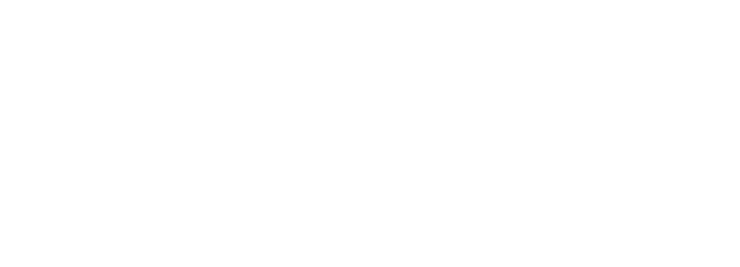
<source format=gbr>
From 69a08dacca69340c872528449dcab6e304934973 Mon Sep 17 00:00:00 2001
From: Blaise Thompson <blaise@untzag.com>
Date: Sat, 6 Mar 2021 12:12:09 -0600
Subject: digital driver revision B

---
 digital-driver/gerber/driver-F_Mask.gbr | 22 +++++++++++-----------
 1 file changed, 11 insertions(+), 11 deletions(-)

(limited to 'digital-driver/gerber/driver-F_Mask.gbr')

diff --git a/digital-driver/gerber/driver-F_Mask.gbr b/digital-driver/gerber/driver-F_Mask.gbr
index c6407fc..ee7f187 100644
--- a/digital-driver/gerber/driver-F_Mask.gbr
+++ b/digital-driver/gerber/driver-F_Mask.gbr
@@ -1,12 +1,12 @@
 %TF.GenerationSoftware,KiCad,Pcbnew,5.1.8+dfsg1-1+b1*%
-%TF.CreationDate,2021-01-25T11:41:01-06:00*%
-%TF.ProjectId,driver,64726976-6572-42e6-9b69-6361645f7063,1.0.0*%
+%TF.CreationDate,2021-03-06T12:09:01-06:00*%
+%TF.ProjectId,driver,64726976-6572-42e6-9b69-6361645f7063,B*%
 %TF.SameCoordinates,Original*%
 %TF.FileFunction,Soldermask,Top*%
 %TF.FilePolarity,Negative*%
 %FSLAX46Y46*%
 G04 Gerber Fmt 4.6, Leading zero omitted, Abs format (unit mm)*
-G04 Created by KiCad (PCBNEW 5.1.8+dfsg1-1+b1) date 2021-01-25 11:41:01*
+G04 Created by KiCad (PCBNEW 5.1.8+dfsg1-1+b1) date 2021-03-06 12:09:01*
 %MOMM*%
 %LPD*%
 G01*
@@ -77,6 +77,13 @@ G75*
 G02*
 X167640000Y-81280000I0J-2540000D01*
 G01*
+D11*
+%TO.C,PS1*%
+X154090000Y-81630000D03*
+X143090000Y-81630000D03*
+X143090000Y-93630000D03*
+X154090000Y-93630000D03*
+%TD*%
 %TO.C,R7*%
 G36*
 G01*
@@ -177,13 +184,6 @@ X131455000Y-103210000I250000J0D01*
 G01*
 G37*
 %TD*%
-D11*
-%TO.C,PS1*%
-X154090000Y-81630000D03*
-X143090000Y-81630000D03*
-X143090000Y-93630000D03*
-X154090000Y-93630000D03*
-%TD*%
 D12*
 %TO.C,J1*%
 X161290000Y-84900000D03*
@@ -472,7 +472,7 @@ X152400000Y-101600000D03*
 X101600000Y-101600000D03*
 %TD*%
 D14*
-%TO.C,J6*%
+%TO.C,U2*%
 X140970000Y-89535000D03*
 X138430000Y-89535000D03*
 X133350000Y-89535000D03*
-- 
cgit v1.2.3


</source>
